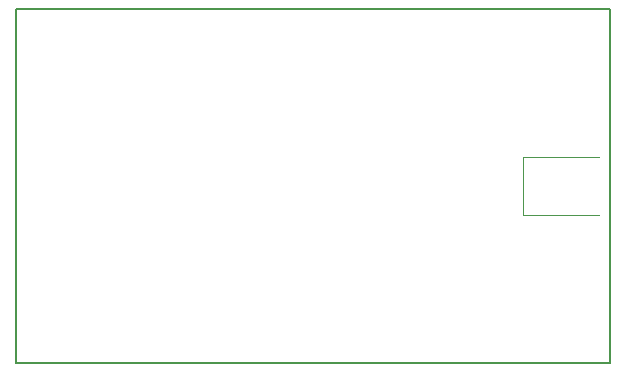
<source format=gbr>
%TF.GenerationSoftware,KiCad,Pcbnew,6.0.4-6f826c9f35~116~ubuntu20.04.1*%
%TF.CreationDate,2022-06-02T21:43:18+00:00*%
%TF.ProjectId,TFLORA01B,54464c4f-5241-4303-9142-2e6b69636164,rev?*%
%TF.SameCoordinates,Original*%
%TF.FileFunction,Profile,NP*%
%FSLAX46Y46*%
G04 Gerber Fmt 4.6, Leading zero omitted, Abs format (unit mm)*
G04 Created by KiCad (PCBNEW 6.0.4-6f826c9f35~116~ubuntu20.04.1) date 2022-06-02 21:43:18*
%MOMM*%
%LPD*%
G01*
G04 APERTURE LIST*
%TA.AperFunction,Profile*%
%ADD10C,0.150000*%
%TD*%
%TA.AperFunction,Profile*%
%ADD11C,0.100000*%
%TD*%
G04 APERTURE END LIST*
D10*
X134874000Y-99314000D02*
X134874000Y-129286000D01*
X134874000Y-99314000D02*
X185166000Y-99314000D01*
X185166000Y-129286000D02*
X134874000Y-129286000D01*
X185166000Y-129286000D02*
X185166000Y-99314000D01*
D11*
%TO.C,J12*%
X177824800Y-116775000D02*
X184274800Y-116775000D01*
X177824800Y-111825000D02*
X177824800Y-116775000D01*
X184274800Y-111825000D02*
X177824800Y-111825000D01*
%TD*%
M02*

</source>
